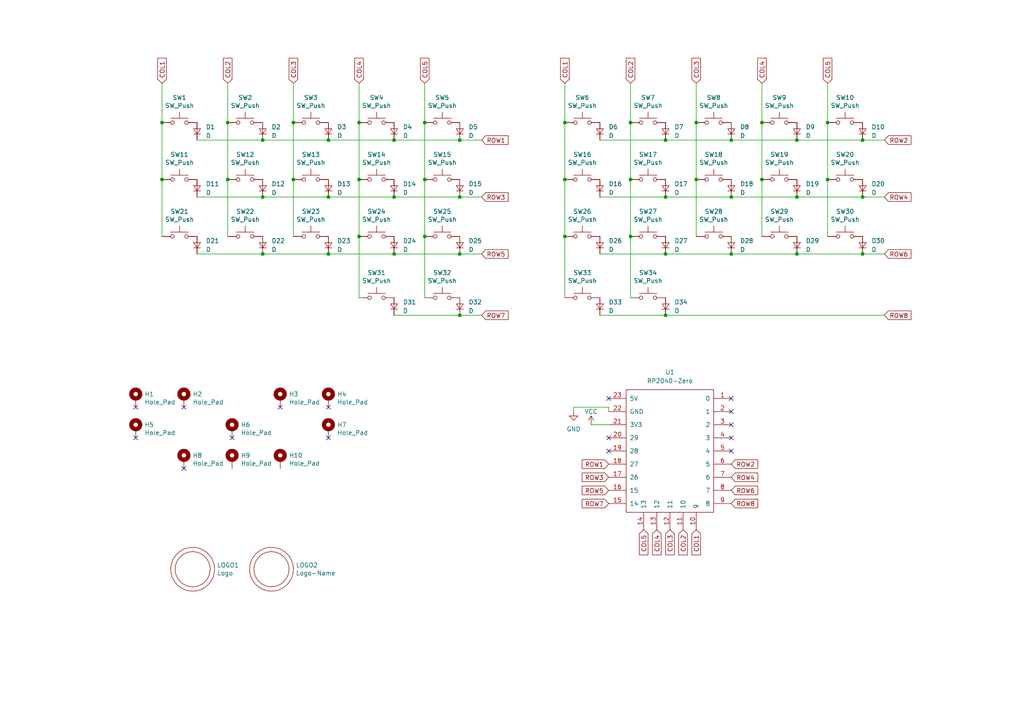
<source format=kicad_sch>
(kicad_sch (version 20231120) (generator "eeschema") (generator_version "8.0")
  (paper "A4")
  (title_block (title "Cata KS-33") (date "2025-07-27") (rev "1.0") (company "skarrmann"))
  (lib_symbols
    (symbol "cata-components:D" (pin_numbers hide) (pin_names (offset 0.254) hide)
      (property "Reference" "D" (at -1.27 2.032 0))
      (property "Value" "D" (at -1.27 -2.032 0))
      (symbol "D_0_1"
        (polyline (pts (xy -0.762 -1.016) (xy -0.762 1.016)))
        (polyline (pts (xy -0.762 0) (xy 0.762 0)))
        (polyline (pts (xy 0.762 -1.016) (xy -0.762 0) (xy 0.762 1.016) (xy 0.762 -1.016)))
      )
      (symbol "D_1_1"
        (pin passive line (at -2.54 0 0) (length 1.778) (name "K") (number "1"))
        (pin passive line (at 2.54 0 180) (length 1.778) (name "A") (number "2"))
      )
    )
    (symbol "cata-components:Hole_Pad" (pin_numbers hide) (pin_names (offset 1.016) hide)
      (property "Reference" "H" (at 0 6.35 0))
      (property "Value" "Hole_Pad" (at 0 4.445 0))
      (symbol "Hole_Pad_0_1"
        (circle (center 0 1.27) (radius 1.27) (stroke (width 1.27)))
      )
      (symbol "Hole_Pad_1_1"
        (pin input line (at 0 -2.54 90) (length 2.54) (name "1") (number "1"))
      )
    )
    (symbol "cata-components:Logo" (pin_names (offset 1.016))
      (property "Reference" "LOGO" (at 0 -1.27 0))
      (property "Value" "Logo" (at 0 1.27 0))
      (symbol "Logo_0_1"
        (circle (center 0 0) (radius 5.08))
        (circle (center 0 0) (radius 6.35))
      )
    )
    (symbol "cata-components:RP2040-Zero" (pin_names (offset 1))
      (property "Reference" "U1" (at 0 21.59 0))
      (property "Value" "RP2040-Zero" (at 0 19.05 0))
      (symbol "RP2040-Zero_0_1"
        (rectangle (start -12.7 17.78) (end 12.7 -17.78) (stroke (width 0.1524)))
      )
      (symbol "RP2040-Zero_1_1"
        (pin input line (at 17.78 15.24 180) (length 5.08) (name "0") (number "1"))
        (pin input line (at 7.62 -22.86 90) (length 5.08) (name "9") (number "10"))
        (pin input line (at 3.81 -22.86 90) (length 5.08) (name "10") (number "11"))
        (pin input line (at 0 -22.86 90) (length 5.08) (name "11") (number "12"))
        (pin input line (at -3.81 -22.86 90) (length 5.08) (name "12") (number "13"))
        (pin input line (at -7.62 -22.86 90) (length 5.08) (name "13") (number "14"))
        (pin input line (at -17.78 -15.24 0) (length 5.08) (name "14") (number "15"))
        (pin input line (at -17.78 -11.43 0) (length 5.08) (name "15") (number "16"))
        (pin input line (at -17.78 -7.62 0) (length 5.08) (name "26") (number "17"))
        (pin input line (at -17.78 -3.81 0) (length 5.08) (name "27") (number "18"))
        (pin input line (at -17.78 0 0) (length 5.08) (name "28") (number "19"))
        (pin input line (at 17.78 11.43 180) (length 5.08) (name "1") (number "2"))
        (pin input line (at -17.78 3.81 0) (length 5.08) (name "29") (number "20"))
        (pin input line (at -17.78 7.62 0) (length 5.08) (name "3V3") (number "21"))
        (pin input line (at -17.78 11.43 0) (length 5.08) (name "GND") (number "22"))
        (pin input line (at -17.78 15.24 0) (length 5.08) (name "5V") (number "23"))
        (pin input line (at 17.78 7.62 180) (length 5.08) (name "2") (number "3"))
        (pin input line (at 17.78 3.81 180) (length 5.08) (name "3") (number "4"))
        (pin input line (at 17.78 0 180) (length 5.08) (name "4") (number "5"))
        (pin input line (at 17.78 -3.81 180) (length 5.08) (name "5") (number "6"))
        (pin input line (at 17.78 -7.62 180) (length 5.08) (name "6") (number "7"))
        (pin input line (at 17.78 -11.43 180) (length 5.08) (name "7") (number "8"))
        (pin input line (at 17.78 -15.24 180) (length 5.08) (name "8") (number "9"))
      )
    )
    (symbol "cata-components:SW_Push" (pin_numbers hide) (pin_names (offset 1.016) hide)
      (property "Reference" "SW" (at 1.27 2.54 0))
      (property "Value" "SW_Push" (at 0 -1.524 0))
      (symbol "SW_Push_0_1"
        (circle (center -2.032 0) (radius 0.508))
        (polyline (pts (xy 0 1.27) (xy 0 3.048)))
        (polyline (pts (xy 2.54 1.27) (xy -2.54 1.27)))
        (circle (center 2.032 0) (radius 0.508))
        (pin passive line (at -5.08 0 0) (length 2.54) (name "1") (number "1"))
        (pin passive line (at 5.08 0 180) (length 2.54) (name "2") (number "2"))
      )
    )
    (symbol "power:GND" (power) (pin_names (offset 0))
      (property "Value" "GND" (at 0 -3.81 0))
      (symbol "GND_0_1"
        (polyline (pts (xy 0 0) (xy 0 -1.27) (xy 1.27 -1.27) (xy 0 -2.54) (xy -1.27 -1.27) (xy 0 -1.27)))
      )
      (symbol "GND_1_1"
        (pin power_in line (at 0 0 270) (length 0) hide (name "GND") (number "1"))
      )
    )
    (symbol "power:VCC" (power) (pin_names (offset 0))
      (property "Value" "VCC" (at 0 3.81 0))
      (symbol "VCC_0_1"
        (polyline (pts (xy -0.762 1.27) (xy 0 2.54)))
        (polyline (pts (xy 0 0) (xy 0 2.54)))
        (polyline (pts (xy 0 2.54) (xy 0.762 1.27)))
      )
      (symbol "VCC_1_1"
        (pin power_in line (at 0 0 90) (length 0) hide (name "VCC") (number "1"))
      )
    )
  )
  (junction (at 123.19 52.07))
  (junction (at 46.99 35.56))
  (junction (at 133.35 91.44))
  (junction (at 212.09 40.64))
  (junction (at 163.83 68.58))
  (junction (at 231.14 57.15))
  (junction (at 220.98 52.07))
  (junction (at 231.14 40.64))
  (junction (at 163.83 35.56))
  (junction (at 104.14 68.58))
  (junction (at 133.35 73.66))
  (junction (at 66.04 52.07))
  (junction (at 201.93 52.07))
  (junction (at 193.04 91.44))
  (junction (at 76.2 73.66))
  (junction (at 250.19 40.64))
  (junction (at 250.19 73.66))
  (junction (at 104.14 35.56))
  (junction (at 133.35 40.64))
  (junction (at 240.03 52.07))
  (junction (at 212.09 57.15))
  (junction (at 114.3 40.64))
  (junction (at 220.98 35.56))
  (junction (at 201.93 35.56))
  (junction (at 114.3 73.66))
  (junction (at 182.88 35.56))
  (junction (at 182.88 52.07))
  (junction (at 212.09 73.66))
  (junction (at 123.19 68.58))
  (junction (at 95.25 57.15))
  (junction (at 163.83 52.07))
  (junction (at 250.19 57.15))
  (junction (at 114.3 57.15))
  (junction (at 182.88 68.58))
  (junction (at 104.14 52.07))
  (junction (at 85.09 52.07))
  (junction (at 123.19 35.56))
  (junction (at 193.04 40.64))
  (junction (at 66.04 35.56))
  (junction (at 193.04 57.15))
  (junction (at 133.35 57.15))
  (junction (at 85.09 35.56))
  (junction (at 95.25 73.66))
  (junction (at 76.2 40.64))
  (junction (at 76.2 57.15))
  (junction (at 193.04 73.66))
  (junction (at 95.25 40.64))
  (junction (at 231.14 73.66))
  (junction (at 46.99 52.07))
  (junction (at 240.03 35.56))
  (no_connect (at 176.53 130.81))
  (no_connect (at 176.53 115.57))
  (no_connect (at 176.53 127))
  (no_connect (at 212.09 130.81))
  (no_connect (at 212.09 119.38))
  (no_connect (at 39.37 127))
  (no_connect (at 212.09 115.57))
  (no_connect (at 212.09 123.19))
  (no_connect (at 95.25 118.11))
  (no_connect (at 67.31 127))
  (no_connect (at 81.28 118.11))
  (no_connect (at 95.25 127))
  (no_connect (at 39.37 118.11))
  (no_connect (at 53.34 135.89))
  (no_connect (at 212.09 127))
  (no_connect (at 53.34 118.11))
  (wire (pts (xy 182.88 24.13) (xy 182.88 35.56)))
  (wire (pts (xy 66.04 35.56) (xy 66.04 52.07)))
  (wire (pts (xy 57.15 40.64) (xy 76.2 40.64)))
  (wire (pts (xy 240.03 24.13) (xy 240.03 35.56)))
  (wire (pts (xy 133.35 40.64) (xy 139.7 40.64)))
  (wire (pts (xy 201.93 52.07) (xy 201.93 68.58)))
  (wire (pts (xy 220.98 24.13) (xy 220.98 35.56)))
  (wire (pts (xy 66.04 24.13) (xy 66.04 35.56)))
  (wire (pts (xy 114.3 73.66) (xy 133.35 73.66)))
  (wire (pts (xy 173.99 73.66) (xy 193.04 73.66)))
  (wire (pts (xy 182.88 35.56) (xy 182.88 52.07)))
  (wire (pts (xy 231.14 73.66) (xy 250.19 73.66)))
  (wire (pts (xy 85.09 52.07) (xy 85.09 68.58)))
  (wire (pts (xy 114.3 57.15) (xy 133.35 57.15)))
  (wire (pts (xy 85.09 24.13) (xy 85.09 35.56)))
  (wire (pts (xy 123.19 24.13) (xy 123.19 35.56)))
  (wire (pts (xy 66.04 52.07) (xy 66.04 68.58)))
  (wire (pts (xy 57.15 57.15) (xy 76.2 57.15)))
  (wire (pts (xy 104.14 68.58) (xy 104.14 86.36)))
  (wire (pts (xy 176.53 123.19) (xy 171.45 123.19)))
  (wire (pts (xy 114.3 40.64) (xy 133.35 40.64)))
  (wire (pts (xy 250.19 57.15) (xy 256.54 57.15)))
  (wire (pts (xy 231.14 57.15) (xy 250.19 57.15)))
  (wire (pts (xy 104.14 52.07) (xy 104.14 68.58)))
  (wire (pts (xy 46.99 35.56) (xy 46.99 52.07)))
  (wire (pts (xy 163.83 52.07) (xy 163.83 68.58)))
  (wire (pts (xy 193.04 73.66) (xy 212.09 73.66)))
  (wire (pts (xy 133.35 91.44) (xy 139.7 91.44)))
  (wire (pts (xy 201.93 35.56) (xy 201.93 52.07)))
  (wire (pts (xy 212.09 57.15) (xy 231.14 57.15)))
  (wire (pts (xy 76.2 40.64) (xy 95.25 40.64)))
  (wire (pts (xy 193.04 57.15) (xy 212.09 57.15)))
  (wire (pts (xy 231.14 40.64) (xy 250.19 40.64)))
  (wire (pts (xy 250.19 40.64) (xy 256.54 40.64)))
  (wire (pts (xy 46.99 52.07) (xy 46.99 68.58)))
  (wire (pts (xy 76.2 57.15) (xy 95.25 57.15)))
  (wire (pts (xy 123.19 35.56) (xy 123.19 52.07)))
  (wire (pts (xy 104.14 35.56) (xy 104.14 52.07)))
  (wire (pts (xy 250.19 73.66) (xy 256.54 73.66)))
  (wire (pts (xy 182.88 68.58) (xy 182.88 86.36)))
  (wire (pts (xy 173.99 57.15) (xy 193.04 57.15)))
  (wire (pts (xy 240.03 35.56) (xy 240.03 52.07)))
  (wire (pts (xy 163.83 35.56) (xy 163.83 52.07)))
  (wire (pts (xy 85.09 35.56) (xy 85.09 52.07)))
  (wire (pts (xy 220.98 35.56) (xy 220.98 52.07)))
  (wire (pts (xy 95.25 57.15) (xy 114.3 57.15)))
  (wire (pts (xy 193.04 91.44) (xy 256.54 91.44)))
  (wire (pts (xy 240.03 52.07) (xy 240.03 68.58)))
  (wire (pts (xy 95.25 73.66) (xy 114.3 73.66)))
  (wire (pts (xy 166.37 118.11) (xy 176.53 118.11)))
  (wire (pts (xy 95.25 40.64) (xy 114.3 40.64)))
  (wire (pts (xy 46.99 24.13) (xy 46.99 35.56)))
  (wire (pts (xy 163.83 24.13) (xy 163.83 35.56)))
  (wire (pts (xy 212.09 40.64) (xy 231.14 40.64)))
  (wire (pts (xy 201.93 24.13) (xy 201.93 35.56)))
  (wire (pts (xy 57.15 73.66) (xy 76.2 73.66)))
  (wire (pts (xy 76.2 73.66) (xy 95.25 73.66)))
  (wire (pts (xy 182.88 52.07) (xy 182.88 68.58)))
  (wire (pts (xy 220.98 52.07) (xy 220.98 68.58)))
  (wire (pts (xy 133.35 57.15) (xy 139.7 57.15)))
  (wire (pts (xy 123.19 68.58) (xy 123.19 86.36)))
  (wire (pts (xy 176.53 118.11) (xy 176.53 119.38)))
  (wire (pts (xy 173.99 40.64) (xy 193.04 40.64)))
  (wire (pts (xy 104.14 24.13) (xy 104.14 35.56)))
  (wire (pts (xy 166.37 118.11) (xy 166.37 119.38)))
  (wire (pts (xy 173.99 91.44) (xy 193.04 91.44)))
  (wire (pts (xy 163.83 68.58) (xy 163.83 86.36)))
  (wire (pts (xy 133.35 73.66) (xy 139.7 73.66)))
  (wire (pts (xy 123.19 52.07) (xy 123.19 68.58)))
  (wire (pts (xy 212.09 73.66) (xy 231.14 73.66)))
  (wire (pts (xy 114.3 91.44) (xy 133.35 91.44)))
  (wire (pts (xy 193.04 40.64) (xy 212.09 40.64)))
  (global_label "COL3" (shape input) (at 194.31 153.67 270) (property "Intersheetrefs" "${INTERSHEET_REFS}" (effects (hide yes))))
  (global_label "COL5" (shape input) (at 240.03 24.13 90) (property "Intersheetrefs" "${INTERSHEET_REFS}" (effects (hide yes))))
  (global_label "COL2" (shape input) (at 198.12 153.67 270) (property "Intersheetrefs" "${INTERSHEET_REFS}" (effects (hide yes))))
  (global_label "COL2" (shape input) (at 66.04 24.13 90) (property "Intersheetrefs" "${INTERSHEET_REFS}" (effects (hide yes))))
  (global_label "COL5" (shape input) (at 123.19 24.13 90) (property "Intersheetrefs" "${INTERSHEET_REFS}" (effects (hide yes))))
  (global_label "COL1" (shape input) (at 201.93 153.67 270) (property "Intersheetrefs" "${INTERSHEET_REFS}" (effects (hide yes))))
  (global_label "ROW8" (shape input) (at 212.09 146.05 0) (property "Intersheetrefs" "${INTERSHEET_REFS}" (effects (hide yes))))
  (global_label "ROW8" (shape input) (at 256.54 91.44 0) (property "Intersheetrefs" "${INTERSHEET_REFS}" (effects (hide yes))))
  (global_label "ROW2" (shape input) (at 256.54 40.64 0) (property "Intersheetrefs" "${INTERSHEET_REFS}" (effects (hide yes))))
  (global_label "ROW4" (shape input) (at 256.54 57.15 0) (property "Intersheetrefs" "${INTERSHEET_REFS}" (effects (hide yes))))
  (global_label "ROW5" (shape input) (at 139.7 73.66 0) (property "Intersheetrefs" "${INTERSHEET_REFS}" (effects (hide yes))))
  (global_label "COL3" (shape input) (at 201.93 24.13 90) (property "Intersheetrefs" "${INTERSHEET_REFS}" (effects (hide yes))))
  (global_label "ROW3" (shape input) (at 176.53 138.43 180) (property "Intersheetrefs" "${INTERSHEET_REFS}" (effects (hide yes))))
  (global_label "ROW5" (shape input) (at 176.53 142.24 180) (property "Intersheetrefs" "${INTERSHEET_REFS}" (effects (hide yes))))
  (global_label "ROW2" (shape input) (at 212.09 134.62 0) (property "Intersheetrefs" "${INTERSHEET_REFS}" (effects (hide yes))))
  (global_label "ROW7" (shape input) (at 176.53 146.05 180) (property "Intersheetrefs" "${INTERSHEET_REFS}" (effects (hide yes))))
  (global_label "COL1" (shape input) (at 163.83 24.13 90) (property "Intersheetrefs" "${INTERSHEET_REFS}" (effects (hide yes))))
  (global_label "ROW7" (shape input) (at 139.7 91.44 0) (property "Intersheetrefs" "${INTERSHEET_REFS}" (effects (hide yes))))
  (global_label "ROW1" (shape input) (at 176.53 134.62 180) (property "Intersheetrefs" "${INTERSHEET_REFS}" (effects (hide yes))))
  (global_label "ROW4" (shape input) (at 212.09 138.43 0) (property "Intersheetrefs" "${INTERSHEET_REFS}" (effects (hide yes))))
  (global_label "ROW6" (shape input) (at 212.09 142.24 0) (property "Intersheetrefs" "${INTERSHEET_REFS}" (effects (hide yes))))
  (global_label "ROW1" (shape input) (at 139.7 40.64 0) (property "Intersheetrefs" "${INTERSHEET_REFS}" (effects (hide yes))))
  (global_label "COL3" (shape input) (at 85.09 24.13 90) (property "Intersheetrefs" "${INTERSHEET_REFS}" (effects (hide yes))))
  (global_label "COL2" (shape input) (at 182.88 24.13 90) (property "Intersheetrefs" "${INTERSHEET_REFS}" (effects (hide yes))))
  (global_label "ROW6" (shape input) (at 256.54 73.66 0) (property "Intersheetrefs" "${INTERSHEET_REFS}" (effects (hide yes))))
  (global_label "COL4" (shape input) (at 190.5 153.67 270) (property "Intersheetrefs" "${INTERSHEET_REFS}" (effects (hide yes))))
  (global_label "ROW3" (shape input) (at 139.7 57.15 0) (property "Intersheetrefs" "${INTERSHEET_REFS}" (effects (hide yes))))
  (global_label "COL5" (shape input) (at 186.69 153.67 270) (property "Intersheetrefs" "${INTERSHEET_REFS}" (effects (hide yes))))
  (global_label "COL4" (shape input) (at 104.14 24.13 90) (property "Intersheetrefs" "${INTERSHEET_REFS}" (effects (hide yes))))
  (global_label "COL1" (shape input) (at 46.99 24.13 90) (property "Intersheetrefs" "${INTERSHEET_REFS}" (effects (hide yes))))
  (global_label "COL4" (shape input) (at 220.98 24.13 90) (property "Intersheetrefs" "${INTERSHEET_REFS}" (effects (hide yes))))
  (symbol (lib_id "cata-components:SW_Push") (at 52.07 35.56 0) (unit 1)
    (property "Reference" "SW1" (at 52.07 28.321 0))
    (property "Value" "SW_Push" (at 52.07 30.6324 0))
    (property "Footprint" "cata-footprints:SW_KS33_Reverse_Cutout" (effects (hide yes)))
  )
  (symbol (lib_id "cata-components:Hole_Pad") (at 39.37 115.57 0) (unit 1) (in_bom no)
    (property "Reference" "H1" (at 41.91 114.3254 0) (effects (justify left)))
    (property "Value" "Hole_Pad" (at 41.91 116.6368 0) (effects (justify left)))
    (property "Footprint" "cata-footprints:Mount_M2" (effects (hide yes)))
  )
  (symbol (lib_id "cata-components:Hole_Pad") (at 53.34 115.57 0) (unit 1) (in_bom no)
    (property "Reference" "H2" (at 55.88 114.3254 0) (effects (justify left)))
    (property "Value" "Hole_Pad" (at 55.88 116.6368 0) (effects (justify left)))
    (property "Footprint" "cata-footprints:Mount_M2" (effects (hide yes)))
  )
  (symbol (lib_id "cata-components:Hole_Pad") (at 81.28 115.57 0) (unit 1) (in_bom no)
    (property "Reference" "H3" (at 83.82 114.3254 0) (effects (justify left)))
    (property "Value" "Hole_Pad" (at 83.82 116.6368 0) (effects (justify left)))
    (property "Footprint" "cata-footprints:Mount_M2" (effects (hide yes)))
  )
  (symbol (lib_id "cata-components:Hole_Pad") (at 95.25 115.57 0) (unit 1) (in_bom no)
    (property "Reference" "H4" (at 97.79 114.3254 0) (effects (justify left)))
    (property "Value" "Hole_Pad" (at 97.79 116.6368 0) (effects (justify left)))
    (property "Footprint" "cata-footprints:Mount_M2" (effects (hide yes)))
  )
  (symbol (lib_id "cata-components:Logo") (at 55.88 165.1 0) (unit 1)
    (property "Reference" "LOGO1" (at 62.9412 163.9316 0) (effects (justify left)))
    (property "Value" "Logo" (at 62.9412 166.243 0) (effects (justify left)))
    (property "Footprint" "cata-footprints:Logo_Cata" (effects (hide yes)))
  )
  (symbol (lib_id "cata-components:SW_Push") (at 71.12 35.56 0) (unit 1)
    (property "Reference" "SW2" (at 71.12 28.321 0))
    (property "Value" "SW_Push" (at 71.12 30.6324 0))
    (property "Footprint" "cata-footprints:SW_KS33_Reverse_Cutout" (effects (hide yes)))
  )
  (symbol (lib_id "cata-components:SW_Push") (at 90.17 35.56 0) (unit 1)
    (property "Reference" "SW3" (at 90.17 28.321 0))
    (property "Value" "SW_Push" (at 90.17 30.6324 0))
    (property "Footprint" "cata-footprints:SW_KS33_Reverse_Cutout" (effects (hide yes)))
  )
  (symbol (lib_id "cata-components:SW_Push") (at 109.22 35.56 0) (unit 1)
    (property "Reference" "SW4" (at 109.22 28.321 0))
    (property "Value" "SW_Push" (at 109.22 30.6324 0))
    (property "Footprint" "cata-footprints:SW_KS33_Reverse_Cutout" (effects (hide yes)))
  )
  (symbol (lib_id "cata-components:SW_Push") (at 128.27 35.56 0) (unit 1)
    (property "Reference" "SW5" (at 128.27 28.321 0))
    (property "Value" "SW_Push" (at 128.27 30.6324 0))
    (property "Footprint" "cata-footprints:SW_KS33_Reverse_Cutout" (effects (hide yes)))
  )
  (symbol (lib_id "cata-components:Logo") (at 78.74 165.1 0) (unit 1)
    (property "Reference" "LOGO2" (at 85.8012 163.9316 0) (effects (justify left)))
    (property "Value" "Logo-Name" (at 85.8012 166.243 0) (effects (justify left)))
    (property "Footprint" "cata-footprints:Logo_Cata_Name" (effects (hide yes)))
  )
  (symbol (lib_id "cata-components:SW_Push") (at 226.06 52.07 0) (unit 1)
    (property "Reference" "SW19" (at 226.06 44.831 0))
    (property "Value" "SW_Push" (at 226.06 47.1424 0))
    (property "Footprint" "cata-footprints:SW_KS33_Reverse_Cutout" (effects (hide yes)))
  )
  (symbol (lib_id "cata-components:SW_Push") (at 71.12 68.58 0) (unit 1)
    (property "Reference" "SW22" (at 71.12 61.341 0))
    (property "Value" "SW_Push" (at 71.12 63.6524 0))
    (property "Footprint" "cata-footprints:SW_KS33_Reverse_Cutout" (effects (hide yes)))
  )
  (symbol (lib_id "cata-components:SW_Push") (at 207.01 68.58 0) (unit 1)
    (property "Reference" "SW28" (at 207.01 61.341 0))
    (property "Value" "SW_Push" (at 207.01 63.6524 0))
    (property "Footprint" "cata-footprints:SW_KS33_Reverse_Cutout" (effects (hide yes)))
  )
  (symbol (lib_id "cata-components:SW_Push") (at 128.27 52.07 0) (unit 1)
    (property "Reference" "SW15" (at 128.27 44.831 0))
    (property "Value" "SW_Push" (at 128.27 47.1424 0))
    (property "Footprint" "cata-footprints:SW_KS33_Reverse_Cutout" (effects (hide yes)))
  )
  (symbol (lib_id "cata-components:D") (at 95.25 38.1 90) (unit 1)
    (property "Reference" "D3" (at 97.79 36.8299 90) (effects (justify right)))
    (property "Value" "D" (at 97.79 39.3699 90) (effects (justify right)))
    (property "Footprint" "cata-footprints:D_SOD-123" (effects (hide yes)))
    (property "Description" "Diode, small symbol" (effects (hide yes)))
  )
  (symbol (lib_id "cata-components:D") (at 57.15 71.12 90) (unit 1)
    (property "Reference" "D21" (at 59.69 69.8499 90) (effects (justify right)))
    (property "Value" "D" (at 59.69 72.3899 90) (effects (justify right)))
    (property "Footprint" "cata-footprints:D_SOD-123" (effects (hide yes)))
    (property "Description" "Diode, small symbol" (effects (hide yes)))
  )
  (symbol (lib_id "cata-components:SW_Push") (at 109.22 52.07 0) (unit 1)
    (property "Reference" "SW14" (at 109.22 44.831 0))
    (property "Value" "SW_Push" (at 109.22 47.1424 0))
    (property "Footprint" "cata-footprints:SW_KS33_Reverse_Cutout" (effects (hide yes)))
  )
  (symbol (lib_id "cata-components:D") (at 231.14 38.1 90) (unit 1)
    (property "Reference" "D9" (at 233.68 36.8299 90) (effects (justify right)))
    (property "Value" "D" (at 233.68 39.3699 90) (effects (justify right)))
    (property "Footprint" "cata-footprints:D_SOD-123" (effects (hide yes)))
    (property "Description" "Diode, small symbol" (effects (hide yes)))
  )
  (symbol (lib_id "cata-components:SW_Push") (at 226.06 35.56 0) (unit 1)
    (property "Reference" "SW9" (at 226.06 28.321 0))
    (property "Value" "SW_Push" (at 226.06 30.6324 0))
    (property "Footprint" "cata-footprints:SW_KS33_Reverse_Cutout" (effects (hide yes)))
  )
  (symbol (lib_id "cata-components:SW_Push") (at 207.01 35.56 0) (unit 1)
    (property "Reference" "SW8" (at 207.01 28.321 0))
    (property "Value" "SW_Push" (at 207.01 30.6324 0))
    (property "Footprint" "cata-footprints:SW_KS33_Reverse_Cutout" (effects (hide yes)))
  )
  (symbol (lib_id "cata-components:D") (at 173.99 38.1 90) (unit 1)
    (property "Reference" "D6" (at 176.53 36.8299 90) (effects (justify right)))
    (property "Value" "D" (at 176.53 39.3699 90) (effects (justify right)))
    (property "Footprint" "cata-footprints:D_SOD-123" (effects (hide yes)))
    (property "Description" "Diode, small symbol" (effects (hide yes)))
  )
  (symbol (lib_id "cata-components:D") (at 76.2 38.1 90) (unit 1)
    (property "Reference" "D2" (at 78.74 36.8299 90) (effects (justify right)))
    (property "Value" "D" (at 78.74 39.3699 90) (effects (justify right)))
    (property "Footprint" "cata-footprints:D_SOD-123" (effects (hide yes)))
    (property "Description" "Diode, small symbol" (effects (hide yes)))
  )
  (symbol (lib_id "cata-components:SW_Push") (at 90.17 68.58 0) (unit 1)
    (property "Reference" "SW23" (at 90.17 61.341 0))
    (property "Value" "SW_Push" (at 90.17 63.6524 0))
    (property "Footprint" "cata-footprints:SW_KS33_Reverse_Cutout" (effects (hide yes)))
  )
  (symbol (lib_id "cata-components:D") (at 76.2 71.12 90) (unit 1)
    (property "Reference" "D22" (at 78.74 69.8499 90) (effects (justify right)))
    (property "Value" "D" (at 78.74 72.3899 90) (effects (justify right)))
    (property "Footprint" "cata-footprints:D_SOD-123" (effects (hide yes)))
    (property "Description" "Diode, small symbol" (effects (hide yes)))
  )
  (symbol (lib_id "cata-components:D") (at 133.35 38.1 90) (unit 1)
    (property "Reference" "D5" (at 135.89 36.8299 90) (effects (justify right)))
    (property "Value" "D" (at 135.89 39.3699 90) (effects (justify right)))
    (property "Footprint" "cata-footprints:D_SOD-123" (effects (hide yes)))
    (property "Description" "Diode, small symbol" (effects (hide yes)))
  )
  (symbol (lib_id "cata-components:SW_Push") (at 226.06 68.58 0) (unit 1)
    (property "Reference" "SW29" (at 226.06 61.341 0))
    (property "Value" "SW_Push" (at 226.06 63.6524 0))
    (property "Footprint" "cata-footprints:SW_KS33_Reverse_Cutout" (effects (hide yes)))
  )
  (symbol (lib_id "cata-components:D") (at 250.19 54.61 90) (unit 1)
    (property "Reference" "D20" (at 252.73 53.3399 90) (effects (justify right)))
    (property "Value" "D" (at 252.73 55.8799 90) (effects (justify right)))
    (property "Footprint" "cata-footprints:D_SOD-123" (effects (hide yes)))
    (property "Description" "Diode, small symbol" (effects (hide yes)))
  )
  (symbol (lib_id "cata-components:D") (at 133.35 54.61 90) (unit 1)
    (property "Reference" "D15" (at 135.89 53.3399 90) (effects (justify right)))
    (property "Value" "D" (at 135.89 55.8799 90) (effects (justify right)))
    (property "Footprint" "cata-footprints:D_SOD-123" (effects (hide yes)))
    (property "Description" "Diode, small symbol" (effects (hide yes)))
  )
  (symbol (lib_id "cata-components:SW_Push") (at 245.11 52.07 0) (unit 1)
    (property "Reference" "SW20" (at 245.11 44.831 0))
    (property "Value" "SW_Push" (at 245.11 47.1424 0))
    (property "Footprint" "cata-footprints:SW_KS33_Reverse_Cutout" (effects (hide yes)))
  )
  (symbol (lib_id "cata-components:SW_Push") (at 109.22 68.58 0) (unit 1)
    (property "Reference" "SW24" (at 109.22 61.341 0))
    (property "Value" "SW_Push" (at 109.22 63.6524 0))
    (property "Footprint" "cata-footprints:SW_KS33_Reverse_Cutout" (effects (hide yes)))
  )
  (symbol (lib_id "cata-components:D") (at 212.09 38.1 90) (unit 1)
    (property "Reference" "D8" (at 214.63 36.8299 90) (effects (justify right)))
    (property "Value" "D" (at 214.63 39.3699 90) (effects (justify right)))
    (property "Footprint" "cata-footprints:D_SOD-123" (effects (hide yes)))
    (property "Description" "Diode, small symbol" (effects (hide yes)))
  )
  (symbol (lib_id "cata-components:Hole_Pad") (at 81.28 133.35 0) (unit 1) (in_bom no)
    (property "Reference" "H10" (at 83.82 132.1054 0) (effects (justify left)))
    (property "Value" "Hole_Pad" (at 83.82 134.4168 0) (effects (justify left)))
    (property "Footprint" "cata-footprints:Mount_M2" (effects (hide yes)))
  )
  (symbol (lib_id "cata-components:SW_Push") (at 71.12 52.07 0) (unit 1)
    (property "Reference" "SW12" (at 71.12 44.831 0))
    (property "Value" "SW_Push" (at 71.12 47.1424 0))
    (property "Footprint" "cata-footprints:SW_KS33_Reverse_Cutout" (effects (hide yes)))
  )
  (symbol (lib_id "cata-components:D") (at 114.3 88.9 90) (unit 1)
    (property "Reference" "D31" (at 116.84 87.6299 90) (effects (justify right)))
    (property "Value" "D" (at 116.84 90.1699 90) (effects (justify right)))
    (property "Footprint" "cata-footprints:D_SOD-123" (effects (hide yes)))
    (property "Description" "Diode, small symbol" (effects (hide yes)))
  )
  (symbol (lib_id "cata-components:D") (at 173.99 71.12 90) (unit 1)
    (property "Reference" "D26" (at 176.53 69.8499 90) (effects (justify right)))
    (property "Value" "D" (at 176.53 72.3899 90) (effects (justify right)))
    (property "Footprint" "cata-footprints:D_SOD-123" (effects (hide yes)))
    (property "Description" "Diode, small symbol" (effects (hide yes)))
  )
  (symbol (lib_id "cata-components:D") (at 193.04 88.9 90) (unit 1)
    (property "Reference" "D34" (at 195.58 87.6299 90) (effects (justify right)))
    (property "Value" "D" (at 195.58 90.1699 90) (effects (justify right)))
    (property "Footprint" "cata-footprints:D_SOD-123" (effects (hide yes)))
    (property "Description" "Diode, small symbol" (effects (hide yes)))
  )
  (symbol (lib_id "cata-components:D") (at 173.99 88.9 90) (unit 1)
    (property "Reference" "D33" (at 176.53 87.6299 90) (effects (justify right)))
    (property "Value" "D" (at 176.53 90.1699 90) (effects (justify right)))
    (property "Footprint" "cata-footprints:D_SOD-123" (effects (hide yes)))
    (property "Description" "Diode, small symbol" (effects (hide yes)))
  )
  (symbol (lib_id "cata-components:D") (at 212.09 54.61 90) (unit 1)
    (property "Reference" "D18" (at 214.63 53.3399 90) (effects (justify right)))
    (property "Value" "D" (at 214.63 55.8799 90) (effects (justify right)))
    (property "Footprint" "cata-footprints:D_SOD-123" (effects (hide yes)))
    (property "Description" "Diode, small symbol" (effects (hide yes)))
  )
  (symbol (lib_id "cata-components:SW_Push") (at 187.96 35.56 0) (unit 1)
    (property "Reference" "SW7" (at 187.96 28.321 0))
    (property "Value" "SW_Push" (at 187.96 30.6324 0))
    (property "Footprint" "cata-footprints:SW_KS33_Reverse_Cutout" (effects (hide yes)))
  )
  (symbol (lib_id "cata-components:Hole_Pad") (at 67.31 133.35 0) (unit 1) (in_bom no)
    (property "Reference" "H9" (at 69.85 132.1054 0) (effects (justify left)))
    (property "Value" "Hole_Pad" (at 69.85 134.4168 0) (effects (justify left)))
    (property "Footprint" "cata-footprints:Mount_M2" (effects (hide yes)))
  )
  (symbol (lib_id "cata-components:D") (at 193.04 38.1 90) (unit 1)
    (property "Reference" "D7" (at 195.58 36.8299 90) (effects (justify right)))
    (property "Value" "D" (at 195.58 39.3699 90) (effects (justify right)))
    (property "Footprint" "cata-footprints:D_SOD-123" (effects (hide yes)))
    (property "Description" "Diode, small symbol" (effects (hide yes)))
  )
  (symbol (lib_id "cata-components:SW_Push") (at 187.96 52.07 0) (unit 1)
    (property "Reference" "SW17" (at 187.96 44.831 0))
    (property "Value" "SW_Push" (at 187.96 47.1424 0))
    (property "Footprint" "cata-footprints:SW_KS33_Reverse_Cutout" (effects (hide yes)))
  )
  (symbol (lib_id "cata-components:SW_Push") (at 168.91 35.56 0) (unit 1)
    (property "Reference" "SW6" (at 168.91 28.321 0))
    (property "Value" "SW_Push" (at 168.91 30.6324 0))
    (property "Footprint" "cata-footprints:SW_KS33_Reverse_Cutout" (effects (hide yes)))
  )
  (symbol (lib_id "cata-components:D") (at 114.3 71.12 90) (unit 1)
    (property "Reference" "D24" (at 116.84 69.8499 90) (effects (justify right)))
    (property "Value" "D" (at 116.84 72.3899 90) (effects (justify right)))
    (property "Footprint" "cata-footprints:D_SOD-123" (effects (hide yes)))
    (property "Description" "Diode, small symbol" (effects (hide yes)))
  )
  (symbol (lib_id "cata-components:SW_Push") (at 168.91 52.07 0) (unit 1)
    (property "Reference" "SW16" (at 168.91 44.831 0))
    (property "Value" "SW_Push" (at 168.91 47.1424 0))
    (property "Footprint" "cata-footprints:SW_KS33_Reverse_Cutout" (effects (hide yes)))
  )
  (symbol (lib_id "cata-components:D") (at 133.35 88.9 90) (unit 1)
    (property "Reference" "D32" (at 135.89 87.6299 90) (effects (justify right)))
    (property "Value" "D" (at 135.89 90.1699 90) (effects (justify right)))
    (property "Footprint" "cata-footprints:D_SOD-123" (effects (hide yes)))
    (property "Description" "Diode, small symbol" (effects (hide yes)))
  )
  (symbol (lib_id "cata-components:D") (at 231.14 54.61 90) (unit 1)
    (property "Reference" "D19" (at 233.68 53.3399 90) (effects (justify right)))
    (property "Value" "D" (at 233.68 55.8799 90) (effects (justify right)))
    (property "Footprint" "cata-footprints:D_SOD-123" (effects (hide yes)))
    (property "Description" "Diode, small symbol" (effects (hide yes)))
  )
  (symbol (lib_id "cata-components:SW_Push") (at 187.96 68.58 0) (unit 1)
    (property "Reference" "SW27" (at 187.96 61.341 0))
    (property "Value" "SW_Push" (at 187.96 63.6524 0))
    (property "Footprint" "cata-footprints:SW_KS33_Reverse_Cutout" (effects (hide yes)))
  )
  (symbol (lib_id "power:GND") (at 166.37 119.38 0) (unit 1)
    (property "Reference" "#PWR01" (effects (hide yes)))
    (property "Value" "GND" (at 166.37 124.46 0))
  )
  (symbol (lib_id "cata-components:D") (at 57.15 54.61 90) (unit 1)
    (property "Reference" "D11" (at 59.69 53.3399 90) (effects (justify right)))
    (property "Value" "D" (at 59.69 55.8799 90) (effects (justify right)))
    (property "Footprint" "cata-footprints:D_SOD-123" (effects (hide yes)))
    (property "Description" "Diode, small symbol" (effects (hide yes)))
  )
  (symbol (lib_id "cata-components:SW_Push") (at 207.01 52.07 0) (unit 1)
    (property "Reference" "SW18" (at 207.01 44.831 0))
    (property "Value" "SW_Push" (at 207.01 47.1424 0))
    (property "Footprint" "cata-footprints:SW_KS33_Reverse_Cutout" (effects (hide yes)))
  )
  (symbol (lib_id "cata-components:SW_Push") (at 187.96 86.36 0) (unit 1)
    (property "Reference" "SW34" (at 187.96 79.121 0))
    (property "Value" "SW_Push" (at 187.96 81.4324 0))
    (property "Footprint" "cata-footprints:SW_KS33_Reverse_Cutout" (effects (hide yes)))
  )
  (symbol (lib_id "cata-components:SW_Push") (at 245.11 35.56 0) (unit 1)
    (property "Reference" "SW10" (at 245.11 28.321 0))
    (property "Value" "SW_Push" (at 245.11 30.6324 0))
    (property "Footprint" "cata-footprints:SW_KS33_Reverse_Cutout" (effects (hide yes)))
  )
  (symbol (lib_id "cata-components:SW_Push") (at 128.27 86.36 0) (unit 1)
    (property "Reference" "SW32" (at 128.27 79.121 0))
    (property "Value" "SW_Push" (at 128.27 81.4324 0))
    (property "Footprint" "cata-footprints:SW_KS33_Reverse_Cutout" (effects (hide yes)))
  )
  (symbol (lib_id "cata-components:D") (at 95.25 71.12 90) (unit 1)
    (property "Reference" "D23" (at 97.79 69.8499 90) (effects (justify right)))
    (property "Value" "D" (at 97.79 72.3899 90) (effects (justify right)))
    (property "Footprint" "cata-footprints:D_SOD-123" (effects (hide yes)))
    (property "Description" "Diode, small symbol" (effects (hide yes)))
  )
  (symbol (lib_id "cata-components:SW_Push") (at 52.07 52.07 0) (unit 1)
    (property "Reference" "SW11" (at 52.07 44.831 0))
    (property "Value" "SW_Push" (at 52.07 47.1424 0))
    (property "Footprint" "cata-footprints:SW_KS33_Reverse_Cutout" (effects (hide yes)))
  )
  (symbol (lib_id "cata-components:SW_Push") (at 168.91 68.58 0) (unit 1)
    (property "Reference" "SW26" (at 168.91 61.341 0))
    (property "Value" "SW_Push" (at 168.91 63.6524 0))
    (property "Footprint" "cata-footprints:SW_KS33_Reverse_Cutout" (effects (hide yes)))
  )
  (symbol (lib_id "cata-components:Hole_Pad") (at 67.31 124.46 0) (unit 1) (in_bom no)
    (property "Reference" "H6" (at 69.85 123.2154 0) (effects (justify left)))
    (property "Value" "Hole_Pad" (at 69.85 125.5268 0) (effects (justify left)))
    (property "Footprint" "cata-footprints:Mount_M2" (effects (hide yes)))
  )
  (symbol (lib_id "cata-components:D") (at 114.3 54.61 90) (unit 1)
    (property "Reference" "D14" (at 116.84 53.3399 90) (effects (justify right)))
    (property "Value" "D" (at 116.84 55.8799 90) (effects (justify right)))
    (property "Footprint" "cata-footprints:D_SOD-123" (effects (hide yes)))
    (property "Description" "Diode, small symbol" (effects (hide yes)))
  )
  (symbol (lib_id "cata-components:SW_Push") (at 128.27 68.58 0) (unit 1)
    (property "Reference" "SW25" (at 128.27 61.341 0))
    (property "Value" "SW_Push" (at 128.27 63.6524 0))
    (property "Footprint" "cata-footprints:SW_KS33_Reverse_Cutout" (effects (hide yes)))
  )
  (symbol (lib_id "cata-components:D") (at 173.99 54.61 90) (unit 1)
    (property "Reference" "D16" (at 176.53 53.3399 90) (effects (justify right)))
    (property "Value" "D" (at 176.53 55.8799 90) (effects (justify right)))
    (property "Footprint" "cata-footprints:D_SOD-123" (effects (hide yes)))
    (property "Description" "Diode, small symbol" (effects (hide yes)))
  )
  (symbol (lib_id "cata-components:D") (at 231.14 71.12 90) (unit 1)
    (property "Reference" "D29" (at 233.68 69.8499 90) (effects (justify right)))
    (property "Value" "D" (at 233.68 72.3899 90) (effects (justify right)))
    (property "Footprint" "cata-footprints:D_SOD-123" (effects (hide yes)))
    (property "Description" "Diode, small symbol" (effects (hide yes)))
  )
  (symbol (lib_id "cata-components:D") (at 76.2 54.61 90) (unit 1)
    (property "Reference" "D12" (at 78.74 53.3399 90) (effects (justify right)))
    (property "Value" "D" (at 78.74 55.8799 90) (effects (justify right)))
    (property "Footprint" "cata-footprints:D_SOD-123" (effects (hide yes)))
    (property "Description" "Diode, small symbol" (effects (hide yes)))
  )
  (symbol (lib_id "cata-components:RP2040-Zero") (at 194.31 130.81 0) (unit 1)
    (property "Reference" "U1" (at 194.31 107.95 0))
    (property "Value" "RP2040-Zero" (at 194.31 110.49 0))
    (property "Footprint" "cata-footprints:RP2040-Zero_SMD" (effects (hide yes)))
  )
  (symbol (lib_id "cata-components:Hole_Pad") (at 53.34 133.35 0) (unit 1) (in_bom no)
    (property "Reference" "H8" (at 55.88 132.1054 0) (effects (justify left)))
    (property "Value" "Hole_Pad" (at 55.88 134.4168 0) (effects (justify left)))
    (property "Footprint" "cata-footprints:Mount_M2" (effects (hide yes)))
  )
  (symbol (lib_id "cata-components:SW_Push") (at 109.22 86.36 0) (unit 1)
    (property "Reference" "SW31" (at 109.22 79.121 0))
    (property "Value" "SW_Push" (at 109.22 81.4324 0))
    (property "Footprint" "cata-footprints:SW_KS33_Reverse_Cutout" (effects (hide yes)))
  )
  (symbol (lib_id "power:VCC") (at 171.45 123.19 0) (mirror y) (unit 1)
    (property "Reference" "#PWR02" (effects (hide yes)))
    (property "Value" "VCC" (at 171.45 119.38 0))
  )
  (symbol (lib_id "cata-components:Hole_Pad") (at 95.25 124.46 0) (unit 1) (in_bom no)
    (property "Reference" "H7" (at 97.79 123.2154 0) (effects (justify left)))
    (property "Value" "Hole_Pad" (at 97.79 125.5268 0) (effects (justify left)))
    (property "Footprint" "cata-footprints:Mount_M2" (effects (hide yes)))
  )
  (symbol (lib_id "cata-components:D") (at 193.04 54.61 90) (unit 1)
    (property "Reference" "D17" (at 195.58 53.3399 90) (effects (justify right)))
    (property "Value" "D" (at 195.58 55.8799 90) (effects (justify right)))
    (property "Footprint" "cata-footprints:D_SOD-123" (effects (hide yes)))
    (property "Description" "Diode, small symbol" (effects (hide yes)))
  )
  (symbol (lib_id "cata-components:D") (at 212.09 71.12 90) (unit 1)
    (property "Reference" "D28" (at 214.63 69.8499 90) (effects (justify right)))
    (property "Value" "D" (at 214.63 72.3899 90) (effects (justify right)))
    (property "Footprint" "cata-footprints:D_SOD-123" (effects (hide yes)))
    (property "Description" "Diode, small symbol" (effects (hide yes)))
  )
  (symbol (lib_id "cata-components:D") (at 114.3 38.1 90) (unit 1)
    (property "Reference" "D4" (at 116.84 36.8299 90) (effects (justify right)))
    (property "Value" "D" (at 116.84 39.3699 90) (effects (justify right)))
    (property "Footprint" "cata-footprints:D_SOD-123" (effects (hide yes)))
    (property "Description" "Diode, small symbol" (effects (hide yes)))
  )
  (symbol (lib_id "cata-components:Hole_Pad") (at 39.37 124.46 0) (unit 1) (in_bom no)
    (property "Reference" "H5" (at 41.91 123.2154 0) (effects (justify left)))
    (property "Value" "Hole_Pad" (at 41.91 125.5268 0) (effects (justify left)))
    (property "Footprint" "cata-footprints:Mount_M2" (effects (hide yes)))
  )
  (symbol (lib_id "cata-components:D") (at 250.19 71.12 90) (unit 1)
    (property "Reference" "D30" (at 252.73 69.8499 90) (effects (justify right)))
    (property "Value" "D" (at 252.73 72.3899 90) (effects (justify right)))
    (property "Footprint" "cata-footprints:D_SOD-123" (effects (hide yes)))
    (property "Description" "Diode, small symbol" (effects (hide yes)))
  )
  (symbol (lib_id "cata-components:SW_Push") (at 245.11 68.58 0) (unit 1)
    (property "Reference" "SW30" (at 245.11 61.341 0))
    (property "Value" "SW_Push" (at 245.11 63.6524 0))
    (property "Footprint" "cata-footprints:SW_KS33_Reverse_Cutout" (effects (hide yes)))
  )
  (symbol (lib_id "cata-components:D") (at 57.15 38.1 90) (unit 1)
    (property "Reference" "D1" (at 59.69 36.8299 90) (effects (justify right)))
    (property "Value" "D" (at 59.69 39.3699 90) (effects (justify right)))
    (property "Footprint" "cata-footprints:D_SOD-123" (effects (hide yes)))
    (property "Description" "Diode, small symbol" (effects (hide yes)))
  )
  (symbol (lib_id "cata-components:SW_Push") (at 90.17 52.07 0) (unit 1)
    (property "Reference" "SW13" (at 90.17 44.831 0))
    (property "Value" "SW_Push" (at 90.17 47.1424 0))
    (property "Footprint" "cata-footprints:SW_KS33_Reverse_Cutout" (effects (hide yes)))
  )
  (symbol (lib_id "cata-components:D") (at 95.25 54.61 90) (unit 1)
    (property "Reference" "D13" (at 97.79 53.3399 90) (effects (justify right)))
    (property "Value" "D" (at 97.79 55.8799 90) (effects (justify right)))
    (property "Footprint" "cata-footprints:D_SOD-123" (effects (hide yes)))
    (property "Description" "Diode, small symbol" (effects (hide yes)))
  )
  (symbol (lib_id "cata-components:D") (at 250.19 38.1 90) (unit 1)
    (property "Reference" "D10" (at 252.73 36.8299 90) (effects (justify right)))
    (property "Value" "D" (at 252.73 39.3699 90) (effects (justify right)))
    (property "Footprint" "cata-footprints:D_SOD-123" (effects (hide yes)))
    (property "Description" "Diode, small symbol" (effects (hide yes)))
  )
  (symbol (lib_id "cata-components:D") (at 193.04 71.12 90) (unit 1)
    (property "Reference" "D27" (at 195.58 69.8499 90) (effects (justify right)))
    (property "Value" "D" (at 195.58 72.3899 90) (effects (justify right)))
    (property "Footprint" "cata-footprints:D_SOD-123" (effects (hide yes)))
    (property "Description" "Diode, small symbol" (effects (hide yes)))
  )
  (symbol (lib_id "cata-components:SW_Push") (at 168.91 86.36 0) (unit 1)
    (property "Reference" "SW33" (at 168.91 79.121 0))
    (property "Value" "SW_Push" (at 168.91 81.4324 0))
    (property "Footprint" "cata-footprints:SW_KS33_Reverse_Cutout" (effects (hide yes)))
  )
  (symbol (lib_id "cata-components:D") (at 133.35 71.12 90) (unit 1)
    (property "Reference" "D25" (at 135.89 69.8499 90) (effects (justify right)))
    (property "Value" "D" (at 135.89 72.3899 90) (effects (justify right)))
    (property "Footprint" "cata-footprints:D_SOD-123" (effects (hide yes)))
    (property "Description" "Diode, small symbol" (effects (hide yes)))
  )
  (symbol (lib_id "cata-components:SW_Push") (at 52.07 68.58 0) (unit 1)
    (property "Reference" "SW21" (at 52.07 61.341 0))
    (property "Value" "SW_Push" (at 52.07 63.6524 0))
    (property "Footprint" "cata-footprints:SW_KS33_Reverse_Cutout" (effects (hide yes)))
  )
)
</source>
